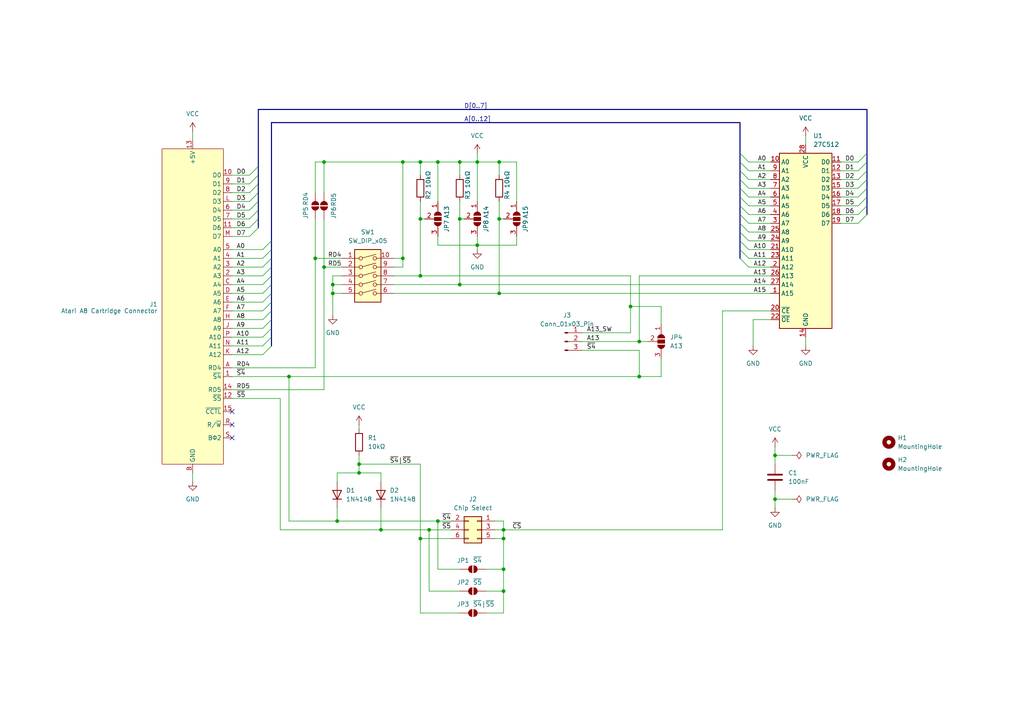
<source format=kicad_sch>
(kicad_sch (version 20250114) (generator "eeschema") (generator_version "9.0")
  (paper "A4")
  (title_block (title "Atari A8 Cartridge") (date "2025-11-01") (rev "1.0") (company "Patrick Dähne CC BY-NC-SA 4.0"))
  (lib_symbols
    (symbol "Atari:Cartridge"
      (property "Reference" "J" (at -26.162 5.842 0))
      (symbol "Cartridge_0_1"
        (rectangle (start -8.89 45.72) (end 8.89 -45.72) (fill (type background)))
      )
      (symbol "Cartridge_1_1"
        (pin passive line (at 0 48.26 270) (length 2.54) (name "+5V") (number "13"))
        (pin passive line (at 0 -48.26 90) (length 2.54) (name "GND") (number "B"))
        (pin bidirectional line (at 11.43 38.1 180) (length 2.54) (name "D0") (number "10"))
        (pin bidirectional line (at 11.43 35.56 180) (length 2.54) (name "D1") (number "9"))
        (pin bidirectional line (at 11.43 33.02 180) (length 2.54) (name "D2") (number "8"))
        (pin bidirectional line (at 11.43 30.48 180) (length 2.54) (name "D3") (number "L"))
        (pin bidirectional line (at 11.43 27.94 180) (length 2.54) (name "D4") (number "6"))
        (pin bidirectional line (at 11.43 25.4 180) (length 2.54) (name "D5") (number "7"))
        (pin bidirectional line (at 11.43 22.86 180) (length 2.54) (name "D6") (number "11"))
        (pin bidirectional line (at 11.43 20.32 180) (length 2.54) (name "D7") (number "M"))
        (pin output line (at 11.43 16.51 180) (length 2.54) (name "A0") (number "5"))
        (pin output line (at 11.43 13.97 180) (length 2.54) (name "A1") (number "4"))
        (pin output line (at 11.43 11.43 180) (length 2.54) (name "A2") (number "3"))
        (pin output line (at 11.43 8.89 180) (length 2.54) (name "A3") (number "2"))
        (pin output line (at 11.43 6.35 180) (length 2.54) (name "A4") (number "C"))
        (pin output line (at 11.43 3.81 180) (length 2.54) (name "A5") (number "D"))
        (pin output line (at 11.43 1.27 180) (length 2.54) (name "A6") (number "E"))
        (pin output line (at 11.43 -1.27 180) (length 2.54) (name "A7") (number "F"))
        (pin output line (at 11.43 -3.81 180) (length 2.54) (name "A8") (number "H"))
        (pin output line (at 11.43 -6.35 180) (length 2.54) (name "A9") (number "J"))
        (pin output line (at 11.43 -8.89 180) (length 2.54) (name "A10") (number "P"))
        (pin output line (at 11.43 -11.43 180) (length 2.54) (name "A11") (number "N"))
        (pin output line (at 11.43 -13.97 180) (length 2.54) (name "A12") (number "K"))
        (pin input line (at 11.43 -17.78 180) (length 2.54) (name "RD4") (number "A"))
        (pin output line (at 11.43 -20.32 180) (length 2.54) (name "~{S4}") (number "1"))
        (pin input line (at 11.43 -24.13 180) (length 2.54) (name "RD5") (number "14"))
        (pin output line (at 11.43 -26.67 180) (length 2.54) (name "~{S5}") (number "12"))
        (pin output line (at 11.43 -30.48 180) (length 2.54) (name "~{CCTL}") (number "15"))
        (pin output line (at 11.43 -34.29 180) (length 2.54) (name "R/~{W}") (number "R"))
        (pin output line (at 11.43 -38.1 180) (length 2.54) (name "BΦ2") (number "S"))
      )
    )
    (symbol "Connector:Conn_01x03_Pin" (pin_names (offset 1.016) (hide yes))
      (property "Reference" "J" (at 0 5.08 0))
      (property "Value" "Conn_01x03_Pin" (at 0 -5.08 0))
      (symbol "Conn_01x03_Pin_1_1"
        (rectangle (start 0.8636 2.667) (end 0 2.413) (stroke (width 0.1524)) (fill (type outline)))
        (rectangle (start 0.8636 0.127) (end 0 -0.127) (stroke (width 0.1524)) (fill (type outline)))
        (rectangle (start 0.8636 -2.413) (end 0 -2.667) (stroke (width 0.1524)) (fill (type outline)))
        (polyline (pts (xy 1.27 2.54) (xy 0.8636 2.54)) (stroke (width 0.1524)))
        (polyline (pts (xy 1.27 0) (xy 0.8636 0)) (stroke (width 0.1524)))
        (polyline (pts (xy 1.27 -2.54) (xy 0.8636 -2.54)) (stroke (width 0.1524)))
        (pin passive line (at 5.08 2.54 180) (length 3.81) (name "Pin_1") (number "1"))
        (pin passive line (at 5.08 0 180) (length 3.81) (name "Pin_2") (number "2"))
        (pin passive line (at 5.08 -2.54 180) (length 3.81) (name "Pin_3") (number "3"))
      )
    )
    (symbol "Connector_Generic:Conn_02x03_Odd_Even" (pin_names (offset 1.016) (hide yes))
      (property "Reference" "J" (at 1.27 5.08 0))
      (property "Value" "Conn_02x03_Odd_Even" (at 1.27 -5.08 0))
      (symbol "Conn_02x03_Odd_Even_1_1"
        (rectangle (start -1.27 3.81) (end 3.81 -3.81) (stroke (width 0.254)) (fill (type background)))
        (rectangle (start -1.27 2.667) (end 0 2.413) (stroke (width 0.1524)))
        (rectangle (start -1.27 0.127) (end 0 -0.127) (stroke (width 0.1524)))
        (rectangle (start -1.27 -2.413) (end 0 -2.667) (stroke (width 0.1524)))
        (rectangle (start 3.81 2.667) (end 2.54 2.413) (stroke (width 0.1524)))
        (rectangle (start 3.81 0.127) (end 2.54 -0.127) (stroke (width 0.1524)))
        (rectangle (start 3.81 -2.413) (end 2.54 -2.667) (stroke (width 0.1524)))
        (pin passive line (at -5.08 2.54 0) (length 3.81) (name "Pin_1") (number "1"))
        (pin passive line (at -5.08 0 0) (length 3.81) (name "Pin_3") (number "3"))
        (pin passive line (at -5.08 -2.54 0) (length 3.81) (name "Pin_5") (number "5"))
        (pin passive line (at 7.62 2.54 180) (length 3.81) (name "Pin_2") (number "2"))
        (pin passive line (at 7.62 0 180) (length 3.81) (name "Pin_4") (number "4"))
        (pin passive line (at 7.62 -2.54 180) (length 3.81) (name "Pin_6") (number "6"))
      )
    )
    (symbol "Device:C" (pin_numbers (hide yes)) (pin_names (offset 0.254))
      (property "Reference" "C" (at 0.635 2.54 0))
      (property "Value" "C" (at 0.635 -2.54 0))
      (symbol "C_0_1"
        (polyline (pts (xy -2.032 0.762) (xy 2.032 0.762)) (stroke (width 0.508)))
        (polyline (pts (xy -2.032 -0.762) (xy 2.032 -0.762)) (stroke (width 0.508)))
      )
      (symbol "C_1_1"
        (pin passive line (at 0 3.81 270) (length 2.794) (name "~") (number "1"))
        (pin passive line (at 0 -3.81 90) (length 2.794) (name "~") (number "2"))
      )
    )
    (symbol "Device:R" (pin_numbers (hide yes)) (pin_names (offset 0))
      (property "Reference" "R" (at 2.032 0 90))
      (property "Value" "R" (at 0 0 90))
      (symbol "R_0_1"
        (rectangle (start -1.016 -2.54) (end 1.016 2.54) (stroke (width 0.254)))
      )
      (symbol "R_1_1"
        (pin passive line (at 0 3.81 270) (length 1.27) (name "~") (number "1"))
        (pin passive line (at 0 -3.81 90) (length 1.27) (name "~") (number "2"))
      )
    )
    (symbol "Diode:1N4148" (pin_numbers (hide yes)) (pin_names (hide yes))
      (property "Reference" "D" (at 0 2.54 0))
      (property "Value" "1N4148" (at 0 -2.54 0))
      (symbol "1N4148_0_1"
        (polyline (pts (xy -1.27 1.27) (xy -1.27 -1.27)) (stroke (width 0.254)))
        (polyline (pts (xy 1.27 1.27) (xy 1.27 -1.27) (xy -1.27 0) (xy 1.27 1.27)) (stroke (width 0.254)))
        (polyline (pts (xy 1.27 0) (xy -1.27 0)))
      )
      (symbol "1N4148_1_1"
        (pin passive line (at -3.81 0 0) (length 2.54) (name "K") (number "1"))
        (pin passive line (at 3.81 0 180) (length 2.54) (name "A") (number "2"))
      )
    )
    (symbol "Jumper:SolderJumper_2_Open" (pin_numbers (hide yes)) (pin_names (offset 0) (hide yes)) (exclude_from_sim yes) (in_bom no)
      (property "Reference" "JP" (at 0 2.032 0))
      (property "Value" "SolderJumper_2_Open" (at 0 -2.54 0))
      (symbol "SolderJumper_2_Open_0_1"
        (polyline (pts (xy -0.254 1.016) (xy -0.254 -1.016)))
        (arc (start -0.254 -1.016) (mid -1.2656 0) (end -0.254 1.016))
        (arc (start -0.254 -1.016) (mid -1.2656 0) (end -0.254 1.016) (fill (type outline)))
        (arc (start 0.254 1.016) (mid 1.2656 0) (end 0.254 -1.016))
        (arc (start 0.254 1.016) (mid 1.2656 0) (end 0.254 -1.016) (fill (type outline)))
        (polyline (pts (xy 0.254 1.016) (xy 0.254 -1.016)))
      )
      (symbol "SolderJumper_2_Open_1_1"
        (pin passive line (at -3.81 0 0) (length 2.54) (name "A") (number "1"))
        (pin passive line (at 3.81 0 180) (length 2.54) (name "B") (number "2"))
      )
    )
    (symbol "Jumper:SolderJumper_3_Open" (pin_names (offset 0) (hide yes)) (exclude_from_sim yes) (in_bom no)
      (property "Reference" "JP" (at -2.54 -2.54 0))
      (property "Value" "SolderJumper_3_Open" (at 0 2.794 0))
      (symbol "SolderJumper_3_Open_0_1"
        (polyline (pts (xy -2.54 0) (xy -2.032 0)))
        (polyline (pts (xy -1.016 1.016) (xy -1.016 -1.016)))
        (arc (start -1.016 -1.016) (mid -2.0276 0) (end -1.016 1.016))
        (arc (start -1.016 -1.016) (mid -2.0276 0) (end -1.016 1.016) (fill (type outline)))
        (rectangle (start -0.508 1.016) (end 0.508 -1.016) (fill (type outline)))
        (polyline (pts (xy 0 -1.27) (xy 0 -1.016)))
        (arc (start 1.016 1.016) (mid 2.0276 0) (end 1.016 -1.016))
        (arc (start 1.016 1.016) (mid 2.0276 0) (end 1.016 -1.016) (fill (type outline)))
        (polyline (pts (xy 1.016 1.016) (xy 1.016 -1.016)))
        (polyline (pts (xy 2.54 0) (xy 2.032 0)))
      )
      (symbol "SolderJumper_3_Open_1_1"
        (pin passive line (at -5.08 0 0) (length 2.54) (name "A") (number "1"))
        (pin passive line (at 0 -3.81 90) (length 2.54) (name "C") (number "2"))
        (pin passive line (at 5.08 0 180) (length 2.54) (name "B") (number "3"))
      )
    )
    (symbol "Mechanical:MountingHole" (pin_names (offset 1.016)) (in_bom no)
      (property "Reference" "H" (at 0 5.08 0))
      (property "Value" "MountingHole" (at 0 3.175 0))
      (symbol "MountingHole_0_1"
        (circle (center 0 0) (radius 1.27) (stroke (width 1.27)))
      )
    )
    (symbol "Memory_EPROM:27C512"
      (property "Reference" "U" (at -7.62 26.67 0))
      (property "Value" "27C512" (at 2.54 -26.67 0))
      (symbol "27C512_1_1"
        (rectangle (start -7.62 25.4) (end 7.62 -25.4) (stroke (width 0.254)) (fill (type background)))
        (pin input line (at -10.16 22.86 0) (length 2.54) (name "A0") (number "10"))
        (pin input line (at -10.16 20.32 0) (length 2.54) (name "A1") (number "9"))
        (pin input line (at -10.16 17.78 0) (length 2.54) (name "A2") (number "8"))
        (pin input line (at -10.16 15.24 0) (length 2.54) (name "A3") (number "7"))
        (pin input line (at -10.16 12.7 0) (length 2.54) (name "A4") (number "6"))
        (pin input line (at -10.16 10.16 0) (length 2.54) (name "A5") (number "5"))
        (pin input line (at -10.16 7.62 0) (length 2.54) (name "A6") (number "4"))
        (pin input line (at -10.16 5.08 0) (length 2.54) (name "A7") (number "3"))
        (pin input line (at -10.16 2.54 0) (length 2.54) (name "A8") (number "25"))
        (pin input line (at -10.16 0 0) (length 2.54) (name "A9") (number "24"))
        (pin input line (at -10.16 -2.54 0) (length 2.54) (name "A10") (number "21"))
        (pin input line (at -10.16 -5.08 0) (length 2.54) (name "A11") (number "23"))
        (pin input line (at -10.16 -7.62 0) (length 2.54) (name "A12") (number "2"))
        (pin input line (at -10.16 -10.16 0) (length 2.54) (name "A13") (number "26"))
        (pin input line (at -10.16 -12.7 0) (length 2.54) (name "A14") (number "27"))
        (pin input line (at -10.16 -15.24 0) (length 2.54) (name "A15") (number "1"))
        (pin input line (at -10.16 -20.32 0) (length 2.54) (name "~{CE}") (number "20"))
        (pin input line (at -10.16 -22.86 0) (length 2.54) (name "~{OE}") (number "22"))
        (pin power_in line (at 0 27.94 270) (length 2.54) (name "VCC") (number "28"))
        (pin power_in line (at 0 -27.94 90) (length 2.54) (name "GND") (number "14"))
        (pin tri_state line (at 10.16 22.86 180) (length 2.54) (name "D0") (number "11"))
        (pin tri_state line (at 10.16 20.32 180) (length 2.54) (name "D1") (number "12"))
        (pin tri_state line (at 10.16 17.78 180) (length 2.54) (name "D2") (number "13"))
        (pin tri_state line (at 10.16 15.24 180) (length 2.54) (name "D3") (number "15"))
        (pin tri_state line (at 10.16 12.7 180) (length 2.54) (name "D4") (number "16"))
        (pin tri_state line (at 10.16 10.16 180) (length 2.54) (name "D5") (number "17"))
        (pin tri_state line (at 10.16 7.62 180) (length 2.54) (name "D6") (number "18"))
        (pin tri_state line (at 10.16 5.08 180) (length 2.54) (name "D7") (number "19"))
      )
    )
    (symbol "Switch:SW_DIP_x05" (pin_names (offset 0) (hide yes))
      (property "Reference" "SW" (at 0 8.89 0))
      (property "Value" "SW_DIP_x05" (at 0 -8.89 0))
      (symbol "SW_DIP_x05_0_0"
        (circle (center -2.032 5.08) (radius 0.508))
        (circle (center -2.032 2.54) (radius 0.508))
        (circle (center -2.032 0) (radius 0.508))
        (circle (center -2.032 -2.54) (radius 0.508))
        (circle (center -2.032 -5.08) (radius 0.508))
        (polyline (pts (xy -1.524 5.207) (xy 2.3622 6.2484)))
        (polyline (pts (xy -1.524 2.667) (xy 2.3622 3.7084)))
        (polyline (pts (xy -1.524 0.127) (xy 2.3622 1.1684)))
        (polyline (pts (xy -1.524 -2.3876) (xy 2.3622 -1.3462)))
        (polyline (pts (xy -1.524 -4.9276) (xy 2.3622 -3.8862)))
        (circle (center 2.032 5.08) (radius 0.508))
        (circle (center 2.032 2.54) (radius 0.508))
        (circle (center 2.032 0) (radius 0.508))
        (circle (center 2.032 -2.54) (radius 0.508))
        (circle (center 2.032 -5.08) (radius 0.508))
      )
      (symbol "SW_DIP_x05_0_1"
        (rectangle (start -3.81 7.62) (end 3.81 -7.62) (stroke (width 0.254)) (fill (type background)))
      )
      (symbol "SW_DIP_x05_1_1"
        (pin passive line (at -7.62 5.08 0) (length 5.08) (name "~") (number "1"))
        (pin passive line (at -7.62 2.54 0) (length 5.08) (name "~") (number "2"))
        (pin passive line (at -7.62 0 0) (length 5.08) (name "~") (number "3"))
        (pin passive line (at -7.62 -2.54 0) (length 5.08) (name "~") (number "4"))
        (pin passive line (at -7.62 -5.08 0) (length 5.08) (name "~") (number "5"))
        (pin passive line (at 7.62 5.08 180) (length 5.08) (name "~") (number "10"))
        (pin passive line (at 7.62 2.54 180) (length 5.08) (name "~") (number "9"))
        (pin passive line (at 7.62 0 180) (length 5.08) (name "~") (number "8"))
        (pin passive line (at 7.62 -2.54 180) (length 5.08) (name "~") (number "7"))
        (pin passive line (at 7.62 -5.08 180) (length 5.08) (name "~") (number "6"))
      )
    )
    (symbol "power:GND" (power) (pin_numbers (hide yes)) (pin_names (offset 0) (hide yes))
      (property "Value" "GND" (at 0 -3.81 0))
      (symbol "GND_0_1"
        (polyline (pts (xy 0 0) (xy 0 -1.27) (xy 1.27 -1.27) (xy 0 -2.54) (xy -1.27 -1.27) (xy 0 -1.27)))
      )
      (symbol "GND_1_1"
        (pin power_in line (at 0 0 270) (length 0) (name "~") (number "1"))
      )
    )
    (symbol "power:PWR_FLAG" (power) (pin_numbers (hide yes)) (pin_names (offset 0) (hide yes))
      (property "Value" "PWR_FLAG" (at 0 3.81 0))
      (symbol "PWR_FLAG_0_0"
        (pin power_out line (at 0 0 90) (length 0) (name "~") (number "1"))
      )
      (symbol "PWR_FLAG_0_1"
        (polyline (pts (xy 0 0) (xy 0 1.27) (xy -1.016 1.905) (xy 0 2.54) (xy 1.016 1.905) (xy 0 1.27)))
      )
    )
    (symbol "power:VCC" (power) (pin_numbers (hide yes)) (pin_names (offset 0) (hide yes))
      (property "Value" "VCC" (at 0 3.556 0))
      (symbol "VCC_0_1"
        (polyline (pts (xy -0.762 1.27) (xy 0 2.54)))
        (polyline (pts (xy 0 2.54) (xy 0.762 1.27)))
        (polyline (pts (xy 0 0) (xy 0 2.54)))
      )
      (symbol "VCC_1_1"
        (pin power_in line (at 0 0 90) (length 0) (name "~") (number "1"))
      )
    )
  )
  (junction (at 104.14 137.16))
  (junction (at 185.42 109.22))
  (junction (at 121.92 46.99))
  (junction (at 185.42 99.06))
  (junction (at 121.92 156.21))
  (junction (at 146.05 171.45))
  (junction (at 127 151.13))
  (junction (at 146.05 153.67))
  (junction (at 133.35 46.99))
  (junction (at 96.52 85.09))
  (junction (at 127 46.99))
  (junction (at 146.05 165.1))
  (junction (at 224.79 132.08))
  (junction (at 138.43 71.12))
  (junction (at 144.78 46.99))
  (junction (at 224.79 144.78))
  (junction (at 93.98 46.99))
  (junction (at 138.43 46.99))
  (junction (at 121.92 80.01))
  (junction (at 146.05 156.21))
  (junction (at 144.78 85.09))
  (junction (at 121.92 63.5))
  (junction (at 116.84 74.93))
  (junction (at 83.82 109.22))
  (junction (at 97.79 151.13))
  (junction (at 110.49 153.67))
  (junction (at 133.35 63.5))
  (junction (at 116.84 46.99))
  (junction (at 133.35 82.55))
  (junction (at 91.44 74.93))
  (junction (at 144.78 63.5))
  (junction (at 124.46 153.67))
  (junction (at 104.14 134.62))
  (junction (at 96.52 82.55))
  (junction (at 93.98 77.47))
  (junction (at 182.88 88.9))
  (no_connect (at 67.31 119.38))
  (no_connect (at 67.31 127))
  (no_connect (at 67.31 123.19))
  (bus_entry (at 248.92 62.23) (size 2.54 -2.54))
  (bus_entry (at 248.92 57.15) (size 2.54 -2.54))
  (bus_entry (at 214.63 74.93) (size 2.54 2.54))
  (bus_entry (at 76.2 97.79) (size 2.54 -2.54))
  (bus_entry (at 76.2 74.93) (size 2.54 -2.54))
  (bus_entry (at 76.2 102.87) (size 2.54 -2.54))
  (bus_entry (at 248.92 64.77) (size 2.54 -2.54))
  (bus_entry (at 214.63 46.99) (size 2.54 2.54))
  (bus_entry (at 214.63 44.45) (size 2.54 2.54))
  (bus_entry (at 76.2 82.55) (size 2.54 -2.54))
  (bus_entry (at 72.39 63.5) (size 2.54 -2.54))
  (bus_entry (at 72.39 68.58) (size 2.54 -2.54))
  (bus_entry (at 72.39 55.88) (size 2.54 -2.54))
  (bus_entry (at 214.63 59.69) (size 2.54 2.54))
  (bus_entry (at 248.92 49.53) (size 2.54 -2.54))
  (bus_entry (at 214.63 57.15) (size 2.54 2.54))
  (bus_entry (at 214.63 49.53) (size 2.54 2.54))
  (bus_entry (at 214.63 52.07) (size 2.54 2.54))
  (bus_entry (at 214.63 62.23) (size 2.54 2.54))
  (bus_entry (at 72.39 66.04) (size 2.54 -2.54))
  (bus_entry (at 248.92 54.61) (size 2.54 -2.54))
  (bus_entry (at 76.2 100.33) (size 2.54 -2.54))
  (bus_entry (at 214.63 69.85) (size 2.54 2.54))
  (bus_entry (at 72.39 60.96) (size 2.54 -2.54))
  (bus_entry (at 214.63 54.61) (size 2.54 2.54))
  (bus_entry (at 76.2 90.17) (size 2.54 -2.54))
  (bus_entry (at 214.63 72.39) (size 2.54 2.54))
  (bus_entry (at 76.2 92.71) (size 2.54 -2.54))
  (bus_entry (at 76.2 77.47) (size 2.54 -2.54))
  (bus_entry (at 76.2 80.01) (size 2.54 -2.54))
  (bus_entry (at 72.39 58.42) (size 2.54 -2.54))
  (bus_entry (at 248.92 59.69) (size 2.54 -2.54))
  (bus_entry (at 214.63 64.77) (size 2.54 2.54))
  (bus_entry (at 76.2 72.39) (size 2.54 -2.54))
  (bus_entry (at 76.2 95.25) (size 2.54 -2.54))
  (bus_entry (at 248.92 52.07) (size 2.54 -2.54))
  (bus_entry (at 76.2 85.09) (size 2.54 -2.54))
  (bus_entry (at 248.92 46.99) (size 2.54 -2.54))
  (bus_entry (at 214.63 67.31) (size 2.54 2.54))
  (bus_entry (at 72.39 53.34) (size 2.54 -2.54))
  (bus_entry (at 72.39 50.8) (size 2.54 -2.54))
  (bus_entry (at 76.2 87.63) (size 2.54 -2.54))
  (wire (pts (xy 223.52 92.71) (xy 218.44 92.71)))
  (wire (pts (xy 67.31 63.5) (xy 72.39 63.5)))
  (wire (pts (xy 185.42 109.22) (xy 185.42 101.6)))
  (wire (pts (xy 243.84 54.61) (xy 248.92 54.61)))
  (wire (pts (xy 191.77 93.98) (xy 191.77 88.9)))
  (wire (pts (xy 67.31 68.58) (xy 72.39 68.58)))
  (wire (pts (xy 144.78 63.5) (xy 144.78 85.09)))
  (wire (pts (xy 67.31 72.39) (xy 76.2 72.39)))
  (wire (pts (xy 97.79 147.32) (xy 97.79 151.13)))
  (wire (pts (xy 217.17 67.31) (xy 223.52 67.31)))
  (bus (pts (xy 78.74 97.79) (xy 78.74 100.33)))
  (bus (pts (xy 78.74 90.17) (xy 78.74 92.71)))
  (wire (pts (xy 243.84 64.77) (xy 248.92 64.77)))
  (wire (pts (xy 217.17 59.69) (xy 223.52 59.69)))
  (wire (pts (xy 185.42 80.01) (xy 223.52 80.01)))
  (wire (pts (xy 127 165.1) (xy 133.35 165.1)))
  (wire (pts (xy 217.17 74.93) (xy 223.52 74.93)))
  (wire (pts (xy 114.3 74.93) (xy 116.84 74.93)))
  (bus (pts (xy 214.63 72.39) (xy 214.63 74.93)))
  (wire (pts (xy 140.97 177.8) (xy 146.05 177.8)))
  (wire (pts (xy 149.86 46.99) (xy 149.86 58.42)))
  (wire (pts (xy 217.17 52.07) (xy 223.52 52.07)))
  (wire (pts (xy 138.43 71.12) (xy 138.43 72.39)))
  (bus (pts (xy 251.46 44.45) (xy 251.46 46.99)))
  (wire (pts (xy 191.77 109.22) (xy 185.42 109.22)))
  (bus (pts (xy 214.63 64.77) (xy 214.63 62.23)))
  (wire (pts (xy 144.78 46.99) (xy 144.78 50.8)))
  (wire (pts (xy 67.31 100.33) (xy 76.2 100.33)))
  (bus (pts (xy 74.93 58.42) (xy 74.93 60.96)))
  (wire (pts (xy 99.06 80.01) (xy 96.52 80.01)))
  (wire (pts (xy 133.35 82.55) (xy 223.52 82.55)))
  (bus (pts (xy 214.63 67.31) (xy 214.63 64.77)))
  (wire (pts (xy 146.05 156.21) (xy 146.05 165.1)))
  (bus (pts (xy 78.74 95.25) (xy 78.74 97.79)))
  (bus (pts (xy 78.74 82.55) (xy 78.74 85.09)))
  (wire (pts (xy 243.84 52.07) (xy 248.92 52.07)))
  (wire (pts (xy 67.31 113.03) (xy 93.98 113.03)))
  (wire (pts (xy 146.05 171.45) (xy 146.05 165.1)))
  (wire (pts (xy 121.92 177.8) (xy 133.35 177.8)))
  (wire (pts (xy 149.86 71.12) (xy 149.86 68.58)))
  (wire (pts (xy 185.42 99.06) (xy 168.91 99.06)))
  (wire (pts (xy 91.44 106.68) (xy 91.44 74.93)))
  (bus (pts (xy 74.93 48.26) (xy 74.93 50.8)))
  (wire (pts (xy 67.31 97.79) (xy 76.2 97.79)))
  (bus (pts (xy 214.63 57.15) (xy 214.63 54.61)))
  (bus (pts (xy 74.93 60.96) (xy 74.93 63.5)))
  (wire (pts (xy 93.98 46.99) (xy 116.84 46.99)))
  (bus (pts (xy 214.63 62.23) (xy 214.63 59.69)))
  (wire (pts (xy 83.82 109.22) (xy 83.82 151.13)))
  (wire (pts (xy 67.31 60.96) (xy 72.39 60.96)))
  (wire (pts (xy 124.46 153.67) (xy 124.46 171.45)))
  (bus (pts (xy 214.63 54.61) (xy 214.63 52.07)))
  (wire (pts (xy 97.79 137.16) (xy 97.79 139.7)))
  (wire (pts (xy 133.35 63.5) (xy 133.35 82.55)))
  (bus (pts (xy 251.46 54.61) (xy 251.46 57.15)))
  (wire (pts (xy 67.31 95.25) (xy 76.2 95.25)))
  (wire (pts (xy 124.46 171.45) (xy 133.35 171.45)))
  (wire (pts (xy 96.52 82.55) (xy 99.06 82.55)))
  (bus (pts (xy 78.74 85.09) (xy 78.74 87.63)))
  (wire (pts (xy 114.3 82.55) (xy 133.35 82.55)))
  (wire (pts (xy 138.43 71.12) (xy 149.86 71.12)))
  (wire (pts (xy 91.44 55.88) (xy 91.44 46.99)))
  (wire (pts (xy 185.42 99.06) (xy 187.96 99.06)))
  (wire (pts (xy 67.31 87.63) (xy 76.2 87.63)))
  (bus (pts (xy 78.74 69.85) (xy 78.74 72.39)))
  (wire (pts (xy 67.31 50.8) (xy 72.39 50.8)))
  (wire (pts (xy 191.77 104.14) (xy 191.77 109.22)))
  (bus (pts (xy 251.46 52.07) (xy 251.46 54.61)))
  (wire (pts (xy 127 71.12) (xy 138.43 71.12)))
  (bus (pts (xy 214.63 44.45) (xy 214.63 35.56)))
  (wire (pts (xy 144.78 46.99) (xy 149.86 46.99)))
  (bus (pts (xy 214.63 59.69) (xy 214.63 57.15)))
  (wire (pts (xy 121.92 63.5) (xy 121.92 80.01)))
  (wire (pts (xy 121.92 46.99) (xy 127 46.99)))
  (wire (pts (xy 96.52 85.09) (xy 99.06 85.09)))
  (wire (pts (xy 182.88 80.01) (xy 182.88 88.9)))
  (wire (pts (xy 91.44 63.5) (xy 91.44 74.93)))
  (wire (pts (xy 182.88 88.9) (xy 182.88 96.52)))
  (wire (pts (xy 110.49 153.67) (xy 124.46 153.67)))
  (wire (pts (xy 81.28 153.67) (xy 110.49 153.67)))
  (wire (pts (xy 127 151.13) (xy 127 165.1)))
  (wire (pts (xy 91.44 74.93) (xy 99.06 74.93)))
  (wire (pts (xy 146.05 177.8) (xy 146.05 171.45)))
  (wire (pts (xy 133.35 46.99) (xy 133.35 50.8)))
  (wire (pts (xy 114.3 77.47) (xy 116.84 77.47)))
  (wire (pts (xy 217.17 64.77) (xy 223.52 64.77)))
  (bus (pts (xy 214.63 69.85) (xy 214.63 67.31)))
  (wire (pts (xy 217.17 49.53) (xy 223.52 49.53)))
  (wire (pts (xy 143.51 151.13) (xy 146.05 151.13)))
  (wire (pts (xy 121.92 80.01) (xy 182.88 80.01)))
  (bus (pts (xy 214.63 49.53) (xy 214.63 46.99)))
  (wire (pts (xy 224.79 132.08) (xy 224.79 134.62)))
  (wire (pts (xy 83.82 109.22) (xy 185.42 109.22)))
  (wire (pts (xy 114.3 85.09) (xy 144.78 85.09)))
  (bus (pts (xy 78.74 87.63) (xy 78.74 90.17)))
  (wire (pts (xy 96.52 85.09) (xy 96.52 91.44)))
  (wire (pts (xy 83.82 151.13) (xy 97.79 151.13)))
  (wire (pts (xy 138.43 68.58) (xy 138.43 71.12)))
  (wire (pts (xy 138.43 46.99) (xy 138.43 58.42)))
  (wire (pts (xy 121.92 58.42) (xy 121.92 63.5)))
  (bus (pts (xy 214.63 72.39) (xy 214.63 69.85)))
  (bus (pts (xy 74.93 50.8) (xy 74.93 53.34)))
  (wire (pts (xy 223.52 90.17) (xy 209.55 90.17)))
  (wire (pts (xy 110.49 137.16) (xy 110.49 139.7)))
  (wire (pts (xy 104.14 134.62) (xy 104.14 137.16)))
  (bus (pts (xy 78.74 72.39) (xy 78.74 74.93)))
  (wire (pts (xy 67.31 55.88) (xy 72.39 55.88)))
  (bus (pts (xy 78.74 77.47) (xy 78.74 80.01)))
  (bus (pts (xy 74.93 55.88) (xy 74.93 58.42)))
  (wire (pts (xy 185.42 101.6) (xy 168.91 101.6)))
  (wire (pts (xy 138.43 46.99) (xy 144.78 46.99)))
  (wire (pts (xy 144.78 58.42) (xy 144.78 63.5)))
  (wire (pts (xy 217.17 62.23) (xy 223.52 62.23)))
  (wire (pts (xy 67.31 77.47) (xy 76.2 77.47)))
  (wire (pts (xy 104.14 137.16) (xy 97.79 137.16)))
  (wire (pts (xy 67.31 80.01) (xy 76.2 80.01)))
  (bus (pts (xy 251.46 49.53) (xy 251.46 52.07)))
  (bus (pts (xy 78.74 35.56) (xy 78.74 69.85)))
  (bus (pts (xy 251.46 31.75) (xy 251.46 44.45)))
  (wire (pts (xy 224.79 144.78) (xy 229.87 144.78)))
  (wire (pts (xy 243.84 57.15) (xy 248.92 57.15)))
  (wire (pts (xy 116.84 46.99) (xy 116.84 74.93)))
  (wire (pts (xy 218.44 92.71) (xy 218.44 100.33)))
  (wire (pts (xy 93.98 77.47) (xy 99.06 77.47)))
  (bus (pts (xy 74.93 31.75) (xy 74.93 48.26)))
  (wire (pts (xy 104.14 123.19) (xy 104.14 124.46)))
  (wire (pts (xy 93.98 46.99) (xy 93.98 55.88)))
  (wire (pts (xy 217.17 46.99) (xy 223.52 46.99)))
  (wire (pts (xy 243.84 46.99) (xy 248.92 46.99)))
  (wire (pts (xy 110.49 147.32) (xy 110.49 153.67)))
  (wire (pts (xy 217.17 69.85) (xy 223.52 69.85)))
  (wire (pts (xy 97.79 151.13) (xy 127 151.13)))
  (bus (pts (xy 74.93 63.5) (xy 74.93 66.04)))
  (wire (pts (xy 121.92 63.5) (xy 123.19 63.5)))
  (wire (pts (xy 81.28 115.57) (xy 81.28 153.67)))
  (wire (pts (xy 67.31 53.34) (xy 72.39 53.34)))
  (bus (pts (xy 251.46 59.69) (xy 251.46 62.23)))
  (bus (pts (xy 78.74 92.71) (xy 78.74 95.25)))
  (wire (pts (xy 121.92 46.99) (xy 121.92 50.8)))
  (wire (pts (xy 67.31 82.55) (xy 76.2 82.55)))
  (wire (pts (xy 233.68 39.37) (xy 233.68 41.91)))
  (bus (pts (xy 78.74 35.56) (xy 214.63 35.56)))
  (wire (pts (xy 127 46.99) (xy 133.35 46.99)))
  (bus (pts (xy 78.74 80.01) (xy 78.74 82.55)))
  (wire (pts (xy 209.55 90.17) (xy 209.55 153.67)))
  (bus (pts (xy 214.63 46.99) (xy 214.63 44.45)))
  (wire (pts (xy 91.44 46.99) (xy 93.98 46.99)))
  (bus (pts (xy 78.74 74.93) (xy 78.74 77.47)))
  (wire (pts (xy 67.31 92.71) (xy 76.2 92.71)))
  (wire (pts (xy 104.14 134.62) (xy 121.92 134.62)))
  (wire (pts (xy 146.05 151.13) (xy 146.05 153.67)))
  (wire (pts (xy 116.84 46.99) (xy 121.92 46.99)))
  (wire (pts (xy 96.52 80.01) (xy 96.52 82.55)))
  (wire (pts (xy 224.79 142.24) (xy 224.79 144.78)))
  (wire (pts (xy 104.14 132.08) (xy 104.14 134.62)))
  (wire (pts (xy 140.97 165.1) (xy 146.05 165.1)))
  (wire (pts (xy 143.51 153.67) (xy 146.05 153.67)))
  (wire (pts (xy 127 151.13) (xy 130.81 151.13)))
  (bus (pts (xy 74.93 31.75) (xy 251.46 31.75)))
  (wire (pts (xy 217.17 77.47) (xy 223.52 77.47)))
  (wire (pts (xy 96.52 82.55) (xy 96.52 85.09)))
  (wire (pts (xy 121.92 156.21) (xy 121.92 134.62)))
  (wire (pts (xy 67.31 85.09) (xy 76.2 85.09)))
  (wire (pts (xy 243.84 49.53) (xy 248.92 49.53)))
  (wire (pts (xy 217.17 72.39) (xy 223.52 72.39)))
  (wire (pts (xy 182.88 96.52) (xy 168.91 96.52)))
  (wire (pts (xy 67.31 115.57) (xy 81.28 115.57)))
  (wire (pts (xy 67.31 66.04) (xy 72.39 66.04)))
  (wire (pts (xy 224.79 129.54) (xy 224.79 132.08)))
  (wire (pts (xy 55.88 137.16) (xy 55.88 139.7)))
  (wire (pts (xy 93.98 63.5) (xy 93.98 77.47)))
  (wire (pts (xy 224.79 144.78) (xy 224.79 147.32)))
  (bus (pts (xy 251.46 46.99) (xy 251.46 49.53)))
  (wire (pts (xy 93.98 77.47) (xy 93.98 113.03)))
  (wire (pts (xy 224.79 132.08) (xy 229.87 132.08)))
  (bus (pts (xy 74.93 53.34) (xy 74.93 55.88)))
  (wire (pts (xy 116.84 77.47) (xy 116.84 74.93)))
  (wire (pts (xy 217.17 57.15) (xy 223.52 57.15)))
  (wire (pts (xy 243.84 62.23) (xy 248.92 62.23)))
  (wire (pts (xy 146.05 156.21) (xy 143.51 156.21)))
  (wire (pts (xy 243.84 59.69) (xy 248.92 59.69)))
  (wire (pts (xy 144.78 63.5) (xy 146.05 63.5)))
  (wire (pts (xy 110.49 137.16) (xy 104.14 137.16)))
  (wire (pts (xy 67.31 90.17) (xy 76.2 90.17)))
  (wire (pts (xy 124.46 153.67) (xy 130.81 153.67)))
  (wire (pts (xy 127 46.99) (xy 127 58.42)))
  (wire (pts (xy 67.31 109.22) (xy 83.82 109.22)))
  (wire (pts (xy 133.35 63.5) (xy 134.62 63.5)))
  (wire (pts (xy 67.31 102.87) (xy 76.2 102.87)))
  (wire (pts (xy 121.92 177.8) (xy 121.92 156.21)))
  (wire (pts (xy 67.31 106.68) (xy 91.44 106.68)))
  (wire (pts (xy 133.35 58.42) (xy 133.35 63.5)))
  (bus (pts (xy 214.63 52.07) (xy 214.63 49.53)))
  (wire (pts (xy 55.88 38.1) (xy 55.88 40.64)))
  (wire (pts (xy 67.31 74.93) (xy 76.2 74.93)))
  (wire (pts (xy 133.35 46.99) (xy 138.43 46.99)))
  (wire (pts (xy 146.05 153.67) (xy 146.05 156.21)))
  (wire (pts (xy 114.3 80.01) (xy 121.92 80.01)))
  (wire (pts (xy 185.42 80.01) (xy 185.42 99.06)))
  (wire (pts (xy 127 68.58) (xy 127 71.12)))
  (wire (pts (xy 138.43 44.45) (xy 138.43 46.99)))
  (wire (pts (xy 191.77 88.9) (xy 182.88 88.9)))
  (wire (pts (xy 217.17 54.61) (xy 223.52 54.61)))
  (wire (pts (xy 67.31 58.42) (xy 72.39 58.42)))
  (wire (pts (xy 146.05 153.67) (xy 209.55 153.67)))
  (wire (pts (xy 144.78 85.09) (xy 223.52 85.09)))
  (bus (pts (xy 251.46 57.15) (xy 251.46 59.69)))
  (wire (pts (xy 121.92 156.21) (xy 130.81 156.21)))
  (wire (pts (xy 140.97 171.45) (xy 146.05 171.45)))
  (wire (pts (xy 233.68 97.79) (xy 233.68 100.33)))
  (label "A12" (at 222.25 77.47 180))
  (label "A4" (at 68.58 82.55 0))
  (label "~{CS}" (at 148.59 153.67 0))
  (label "D4" (at 68.58 60.96 0))
  (label "A6" (at 222.25 62.23 180))
  (label "A12" (at 68.58 102.87 0))
  (label "A11" (at 222.25 74.93 180))
  (label "A7" (at 68.58 90.17 0))
  (label "RD4" (at 68.58 106.68 0))
  (label "~{S5}" (at 68.58 115.57 0))
  (label "A4" (at 222.25 57.15 180))
  (label "A2" (at 68.58 77.47 0))
  (label "~{S4}" (at 170.18 101.6 0))
  (label "A9" (at 222.25 69.85 180))
  (label "A1" (at 222.25 49.53 180))
  (label "A3" (at 222.25 54.61 180))
  (label "D1" (at 68.58 53.34 0))
  (label "A7" (at 222.25 64.77 180))
  (label "~{S4}|~{S5}" (at 113.03 134.62 0))
  (label "D5" (at 68.58 63.5 0))
  (label "D1" (at 245.11 49.53 0))
  (label "A2" (at 222.25 52.07 180))
  (label "A[0..12]" (at 134.62 35.56 0))
  (label "A8" (at 222.25 67.31 180))
  (label "D6" (at 68.58 66.04 0))
  (label "D6" (at 245.11 62.23 0))
  (label "A13_SW" (at 170.18 96.52 0))
  (label "D5" (at 245.11 59.69 0))
  (label "A5" (at 68.58 85.09 0))
  (label "A9" (at 68.58 95.25 0))
  (label "~{S5}" (at 130.81 153.67 180))
  (label "D0" (at 245.11 46.99 0))
  (label "D2" (at 68.58 55.88 0))
  (label "D7" (at 68.58 68.58 0))
  (label "A13" (at 170.18 99.06 0))
  (label "A10" (at 222.25 72.39 180))
  (label "~{S4}" (at 68.58 109.22 0))
  (label "D0" (at 68.58 50.8 0))
  (label "RD4" (at 99.06 74.93 180))
  (label "RD5" (at 68.58 113.03 0))
  (label "A10" (at 68.58 97.79 0))
  (label "A1" (at 68.58 74.93 0))
  (label "A15" (at 222.25 85.09 180))
  (label "A3" (at 68.58 80.01 0))
  (label "D[0..7]" (at 134.62 31.75 0))
  (label "A5" (at 222.25 59.69 180))
  (label "A6" (at 68.58 87.63 0))
  (label "A11" (at 68.58 100.33 0))
  (label "D3" (at 245.11 54.61 0))
  (label "A14" (at 222.25 82.55 180))
  (label "A13" (at 222.25 80.01 180))
  (label "RD5" (at 99.06 77.47 180))
  (label "D3" (at 68.58 58.42 0))
  (label "A0" (at 68.58 72.39 0))
  (label "~{S4}" (at 130.81 151.13 180))
  (label "A8" (at 68.58 92.71 0))
  (label "D2" (at 245.11 52.07 0))
  (label "D7" (at 245.11 64.77 0))
  (label "D4" (at 245.11 57.15 0))
  (label "A0" (at 222.25 46.99 180))
  (symbol (lib_id "Memory_EPROM:27C512") (at 233.68 69.85 0) (unit 1)
    (property "Reference" "U1" (at 235.8741 39.37 0) (effects (justify left)))
    (property "Value" "27C512" (at 235.8741 41.91 0) (effects (justify left)))
    (property "Footprint" "Package_DIP:DIP-28_W15.24mm_Socket_LongPads" (effects (hide yes)))
    (property "Datasheet" "http://ww1.microchip.com/downloads/en/DeviceDoc/doc0015.pdf" (effects (hide yes)))
    (property "Description" "OTP EPROM 512 KiBit" (effects (hide yes)))
  )
  (symbol (lib_id "power:GND") (at 138.43 72.39 0) (unit 1)
    (property "Reference" "#PWR011" (effects (hide yes)))
    (property "Value" "GND" (at 138.43 77.47 0))
    (property "Description" "Power symbol creates a global label with name \"GND\" , ground" (effects (hide yes)))
  )
  (symbol (lib_id "Jumper:SolderJumper_2_Open") (at 91.44 59.69 270) (unit 1) (exclude_from_sim yes) (in_bom no)
    (property "Reference" "JP5" (at 88.646 61.722 0))
    (property "Value" "RD4" (at 88.646 57.658 0))
    (property "Footprint" "Jumper:SolderJumper-2_P1.3mm_Open_RoundedPad1.0x1.5mm" (effects (hide yes)))
    (property "Description" "Solder Jumper, 2-pole, open" (effects (hide yes)))
  )
  (symbol (lib_id "Device:C") (at 224.79 138.43 0) (unit 1)
    (property "Reference" "C1" (at 228.6 137.1599 0) (effects (justify left)))
    (property "Value" "100nF" (at 228.6 139.6999 0) (effects (justify left)))
    (property "Footprint" "Capacitor_THT:C_Disc_D3.0mm_W1.6mm_P2.50mm" (effects (hide yes)))
    (property "Description" "Unpolarized capacitor" (effects (hide yes)))
  )
  (symbol (lib_id "power:VCC") (at 138.43 44.45 0) (unit 1)
    (property "Reference" "#PWR010" (effects (hide yes)))
    (property "Value" "VCC" (at 138.43 39.37 0))
    (property "Description" "Power symbol creates a global label with name \"VCC\"" (effects (hide yes)))
  )
  (symbol (lib_id "Jumper:SolderJumper_3_Open") (at 138.43 63.5 270) (unit 1) (exclude_from_sim yes) (in_bom no)
    (property "Reference" "JP8" (at 140.97 63.754 0) (effects (justify left)))
    (property "Value" "A14" (at 140.97 59.69 0) (effects (justify left)))
    (property "Footprint" "Jumper:SolderJumper-3_P1.3mm_Open_RoundedPad1.0x1.5mm" (effects (hide yes)))
    (property "Description" "Solder Jumper, 3-pole, open" (effects (hide yes)))
  )
  (symbol (lib_id "Jumper:SolderJumper_2_Open") (at 137.16 171.45 0) (unit 1) (exclude_from_sim yes) (in_bom no)
    (property "Reference" "JP2" (at 136.144 168.91 0) (effects (justify right)))
    (property "Value" "~{S5}" (at 137.16 168.91 0) (effects (justify left)))
    (property "Footprint" "Jumper:SolderJumper-2_P1.3mm_Open_RoundedPad1.0x1.5mm" (effects (hide yes)))
    (property "Description" "Solder Jumper, 2-pole, open" (effects (hide yes)))
  )
  (symbol (lib_id "Diode:1N4148") (at 110.49 143.51 90) (unit 1)
    (property "Reference" "D2" (at 113.03 142.2399 90) (effects (justify right)))
    (property "Value" "1N4148" (at 113.03 144.7799 90) (effects (justify right)))
    (property "Footprint" "Diode_THT:D_DO-35_SOD27_P7.62mm_Horizontal" (effects (hide yes)))
    (property "Datasheet" "https://assets.nexperia.com/documents/data-sheet/1N4148_1N4448.pdf" (effects (hide yes)))
    (property "Description" "100V 0.15A standard switching diode, DO-35" (effects (hide yes)))
    (property "Sim.Device" "D" (effects (hide yes)))
    (property "Sim.Pins" "1=K 2=A" (effects (hide yes)))
  )
  (symbol (lib_id "power:VCC") (at 224.79 129.54 0) (unit 1)
    (property "Reference" "#PWR08" (effects (hide yes)))
    (property "Value" "VCC" (at 224.79 124.46 0))
    (property "Description" "Power symbol creates a global label with name \"VCC\"" (effects (hide yes)))
  )
  (symbol (lib_id "power:GND") (at 233.68 100.33 0) (unit 1)
    (property "Reference" "#PWR02" (effects (hide yes)))
    (property "Value" "GND" (at 233.68 105.41 0))
    (property "Description" "Power symbol creates a global label with name \"GND\" , ground" (effects (hide yes)))
  )
  (symbol (lib_id "power:VCC") (at 233.68 39.37 0) (unit 1)
    (property "Reference" "#PWR04" (effects (hide yes)))
    (property "Value" "VCC" (at 233.68 34.29 0))
    (property "Description" "Power symbol creates a global label with name \"VCC\"" (effects (hide yes)))
  )
  (symbol (lib_id "Atari:Cartridge") (at 55.88 88.9 0) (unit 1)
    (property "Reference" "J1" (at 45.72 88.2649 0) (effects (justify right)))
    (property "Value" "Atari A8 Cartridge Connector" (at 45.72 90.17 0) (effects (justify right)))
    (property "Footprint" "Atari:Cartridge" (effects (hide yes)))
  )
  (symbol (lib_id "power:GND") (at 55.88 139.7 0) (unit 1)
    (property "Reference" "#PWR01" (effects (hide yes)))
    (property "Value" "GND" (at 55.88 144.78 0))
    (property "Description" "Power symbol creates a global label with name \"GND\" , ground" (effects (hide yes)))
  )
  (symbol (lib_id "Jumper:SolderJumper_2_Open") (at 93.98 59.69 270) (unit 1) (exclude_from_sim yes) (in_bom no)
    (property "Reference" "JP6" (at 96.774 61.722 0))
    (property "Value" "RD5" (at 96.774 57.912 0))
    (property "Footprint" "Jumper:SolderJumper-2_P1.3mm_Open_RoundedPad1.0x1.5mm" (effects (hide yes)))
    (property "Description" "Solder Jumper, 2-pole, open" (effects (hide yes)))
  )
  (symbol (lib_id "Device:R") (at 104.14 128.27 0) (unit 1)
    (property "Reference" "R1" (at 106.68 126.9999 0) (effects (justify left)))
    (property "Value" "10kΩ" (at 106.68 129.5399 0) (effects (justify left)))
    (property "Footprint" "Resistor_THT:R_Axial_DIN0207_L6.3mm_D2.5mm_P10.16mm_Horizontal" (effects (hide yes)))
    (property "Description" "Resistor" (effects (hide yes)))
  )
  (symbol (lib_id "power:VCC") (at 55.88 38.1 0) (unit 1)
    (property "Reference" "#PWR03" (effects (hide yes)))
    (property "Value" "VCC" (at 55.88 33.02 0))
    (property "Description" "Power symbol creates a global label with name \"VCC\"" (effects (hide yes)))
  )
  (symbol (lib_id "Jumper:SolderJumper_3_Open") (at 127 63.5 270) (unit 1) (exclude_from_sim yes) (in_bom no)
    (property "Reference" "JP7" (at 129.54 63.754 0) (effects (justify left)))
    (property "Value" "A13" (at 129.54 59.69 0) (effects (justify left)))
    (property "Footprint" "Jumper:SolderJumper-3_P1.3mm_Open_RoundedPad1.0x1.5mm" (effects (hide yes)))
    (property "Description" "Solder Jumper, 3-pole, open" (effects (hide yes)))
  )
  (symbol (lib_id "Connector_Generic:Conn_02x03_Odd_Even") (at 138.43 153.67 0) (mirror y) (unit 1)
    (property "Reference" "J2" (at 137.16 144.78 0))
    (property "Value" "Chip Select" (at 137.16 147.32 0))
    (property "Footprint" "Connector_PinHeader_2.54mm:PinHeader_2x03_P2.54mm_Vertical" (effects (hide yes)))
    (property "Description" "Generic connector, double row, 02x03, odd/even pin numbering scheme (row 1 odd numbers, row 2 even numbers), script generated (kicad-library-utils/schlib/autogen/connector/)" (effects (hide yes)))
  )
  (symbol (lib_id "Switch:SW_DIP_x05") (at 106.68 80.01 0) (unit 1)
    (property "Reference" "SW1" (at 106.68 67.31 0))
    (property "Value" "SW_DIP_x05" (at 106.68 69.85 0))
    (property "Footprint" "Button_Switch_THT:SW_DIP_SPSTx05_Slide_9.78x14.88mm_W7.62mm_P2.54mm" (effects (hide yes)))
    (property "Description" "5x DIP Switch, Single Pole Single Throw (SPST) switch, small symbol" (effects (hide yes)))
  )
  (symbol (lib_id "Jumper:SolderJumper_3_Open") (at 149.86 63.5 270) (unit 1) (exclude_from_sim yes) (in_bom no)
    (property "Reference" "JP9" (at 152.4 63.754 0) (effects (justify left)))
    (property "Value" "A15" (at 152.4 59.69 0) (effects (justify left)))
    (property "Footprint" "Jumper:SolderJumper-3_P1.3mm_Open_RoundedPad1.0x1.5mm" (effects (hide yes)))
    (property "Description" "Solder Jumper, 3-pole, open" (effects (hide yes)))
  )
  (symbol (lib_id "power:PWR_FLAG") (at 229.87 144.78 270) (unit 1)
    (property "Reference" "#FLG02" (effects (hide yes)))
    (property "Value" "PWR_FLAG" (at 233.68 144.7799 90) (effects (justify left)))
    (property "Description" "Special symbol for telling ERC where power comes from" (effects (hide yes)))
  )
  (symbol (lib_id "Jumper:SolderJumper_2_Open") (at 137.16 165.1 0) (unit 1) (exclude_from_sim yes) (in_bom no)
    (property "Reference" "JP1" (at 136.144 162.56 0) (effects (justify right)))
    (property "Value" "~{S4}" (at 137.16 162.56 0) (effects (justify left)))
    (property "Footprint" "Jumper:SolderJumper-2_P1.3mm_Open_RoundedPad1.0x1.5mm" (effects (hide yes)))
    (property "Description" "Solder Jumper, 2-pole, open" (effects (hide yes)))
  )
  (symbol (lib_id "power:VCC") (at 104.14 123.19 0) (unit 1)
    (property "Reference" "#PWR06" (effects (hide yes)))
    (property "Value" "VCC" (at 104.14 118.11 0))
    (property "Description" "Power symbol creates a global label with name \"VCC\"" (effects (hide yes)))
  )
  (symbol (lib_id "Jumper:SolderJumper_3_Open") (at 191.77 99.06 270) (unit 1) (exclude_from_sim yes) (in_bom no)
    (property "Reference" "JP4" (at 194.31 97.7899 90) (effects (justify left)))
    (property "Value" "A13" (at 194.31 100.3299 90) (effects (justify left)))
    (property "Footprint" "Jumper:SolderJumper-3_P1.3mm_Open_RoundedPad1.0x1.5mm" (effects (hide yes)))
    (property "Description" "Solder Jumper, 3-pole, open" (effects (hide yes)))
  )
  (symbol (lib_id "Device:R") (at 144.78 54.61 0) (unit 1)
    (property "Reference" "R4" (at 147.066 57.912 90) (effects (justify left)))
    (property "Value" "10kΩ" (at 147.066 54.61 90) (effects (justify left)))
    (property "Footprint" "Resistor_THT:R_Axial_DIN0207_L6.3mm_D2.5mm_P10.16mm_Horizontal" (effects (hide yes)))
    (property "Description" "Resistor" (effects (hide yes)))
  )
  (symbol (lib_id "Mechanical:MountingHole") (at 257.81 128.27 0) (unit 1) (in_bom no)
    (property "Reference" "H1" (at 260.35 126.9999 0) (effects (justify left)))
    (property "Value" "MountingHole" (at 260.35 129.5399 0) (effects (justify left)))
    (property "Footprint" "MountingHole:MountingHole_6mm" (effects (hide yes)))
    (property "Description" "Mounting Hole without connection" (effects (hide yes)))
  )
  (symbol (lib_id "Device:R") (at 121.92 54.61 0) (unit 1)
    (property "Reference" "R2" (at 124.206 57.912 90) (effects (justify left)))
    (property "Value" "10kΩ" (at 124.206 54.61 90) (effects (justify left)))
    (property "Footprint" "Resistor_THT:R_Axial_DIN0207_L6.3mm_D2.5mm_P10.16mm_Horizontal" (effects (hide yes)))
    (property "Description" "Resistor" (effects (hide yes)))
  )
  (symbol (lib_id "power:PWR_FLAG") (at 229.87 132.08 270) (unit 1)
    (property "Reference" "#FLG01" (effects (hide yes)))
    (property "Value" "PWR_FLAG" (at 233.68 132.0799 90) (effects (justify left)))
    (property "Description" "Special symbol for telling ERC where power comes from" (effects (hide yes)))
  )
  (symbol (lib_id "Connector:Conn_01x03_Pin") (at 163.83 99.06 0) (unit 1)
    (property "Reference" "J3" (at 164.465 91.44 0))
    (property "Value" "Conn_01x03_Pin" (at 164.465 93.98 0))
    (property "Footprint" "Connector_PinHeader_2.54mm:PinHeader_1x03_P2.54mm_Vertical" (effects (hide yes)))
    (property "Description" "Generic connector, single row, 01x03, script generated" (effects (hide yes)))
  )
  (symbol (lib_id "power:GND") (at 224.79 147.32 0) (unit 1)
    (property "Reference" "#PWR09" (effects (hide yes)))
    (property "Value" "GND" (at 224.79 152.4 0))
    (property "Description" "Power symbol creates a global label with name \"GND\" , ground" (effects (hide yes)))
  )
  (symbol (lib_id "Device:R") (at 133.35 54.61 0) (unit 1)
    (property "Reference" "R3" (at 135.636 57.912 90) (effects (justify left)))
    (property "Value" "10kΩ" (at 135.636 54.61 90) (effects (justify left)))
    (property "Footprint" "Resistor_THT:R_Axial_DIN0207_L6.3mm_D2.5mm_P10.16mm_Horizontal" (effects (hide yes)))
    (property "Description" "Resistor" (effects (hide yes)))
  )
  (symbol (lib_id "power:GND") (at 96.52 91.44 0) (unit 1)
    (property "Reference" "#PWR05" (effects (hide yes)))
    (property "Value" "GND" (at 96.52 96.52 0))
    (property "Description" "Power symbol creates a global label with name \"GND\" , ground" (effects (hide yes)))
  )
  (symbol (lib_id "Jumper:SolderJumper_2_Open") (at 137.16 177.8 0) (unit 1) (exclude_from_sim yes) (in_bom no)
    (property "Reference" "JP3" (at 136.144 175.26 0) (effects (justify right)))
    (property "Value" "~{S4}|~{S5}" (at 137.16 175.26 0) (effects (justify left)))
    (property "Footprint" "Jumper:SolderJumper-2_P1.3mm_Open_RoundedPad1.0x1.5mm" (effects (hide yes)))
    (property "Description" "Solder Jumper, 2-pole, open" (effects (hide yes)))
  )
  (symbol (lib_id "power:GND") (at 218.44 100.33 0) (unit 1)
    (property "Reference" "#PWR07" (effects (hide yes)))
    (property "Value" "GND" (at 218.44 105.41 0))
    (property "Description" "Power symbol creates a global label with name \"GND\" , ground" (effects (hide yes)))
  )
  (symbol (lib_id "Diode:1N4148") (at 97.79 143.51 90) (unit 1)
    (property "Reference" "D1" (at 100.33 142.2399 90) (effects (justify right)))
    (property "Value" "1N4148" (at 100.33 144.7799 90) (effects (justify right)))
    (property "Footprint" "Diode_THT:D_DO-35_SOD27_P7.62mm_Horizontal" (effects (hide yes)))
    (property "Datasheet" "https://assets.nexperia.com/documents/data-sheet/1N4148_1N4448.pdf" (effects (hide yes)))
    (property "Description" "100V 0.15A standard switching diode, DO-35" (effects (hide yes)))
    (property "Sim.Device" "D" (effects (hide yes)))
    (property "Sim.Pins" "1=K 2=A" (effects (hide yes)))
  )
  (symbol (lib_id "Mechanical:MountingHole") (at 257.81 134.62 0) (unit 1) (in_bom no)
    (property "Reference" "H2" (at 260.35 133.3499 0) (effects (justify left)))
    (property "Value" "MountingHole" (at 260.35 135.8899 0) (effects (justify left)))
    (property "Footprint" "MountingHole:MountingHole_6mm" (effects (hide yes)))
    (property "Description" "Mounting Hole without connection" (effects (hide yes)))
  )
)
</source>
